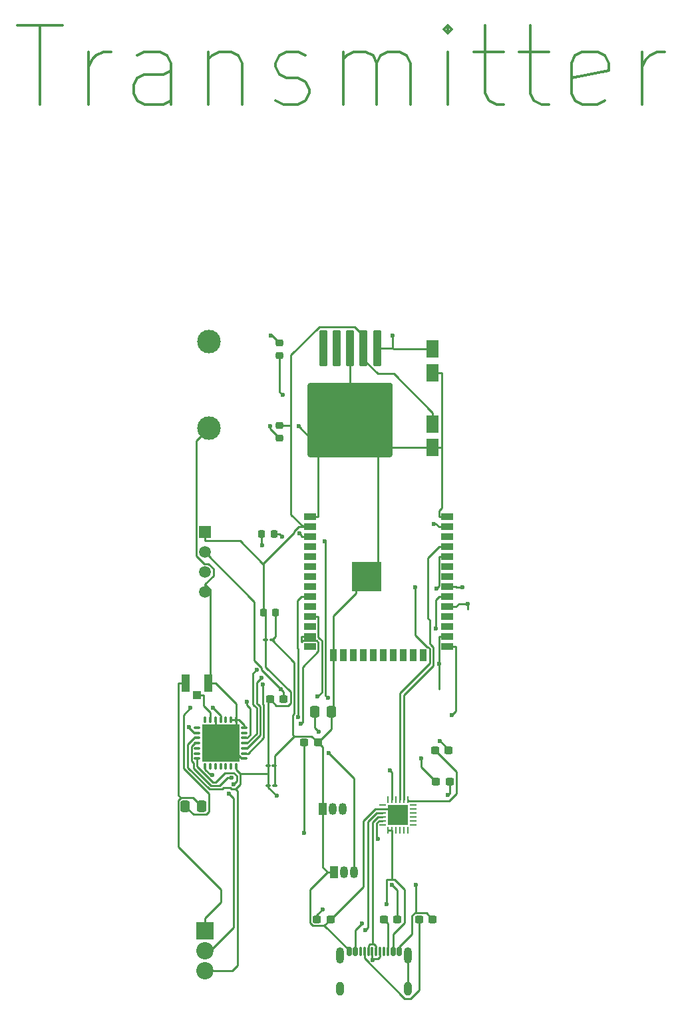
<source format=gbr>
%TF.GenerationSoftware,KiCad,Pcbnew,8.0.4*%
%TF.CreationDate,2025-07-24T11:12:47+05:30*%
%TF.ProjectId,SIH Smart Irrigation System,53494820-536d-4617-9274-204972726967,rev?*%
%TF.SameCoordinates,Original*%
%TF.FileFunction,Copper,L1,Top*%
%TF.FilePolarity,Positive*%
%FSLAX46Y46*%
G04 Gerber Fmt 4.6, Leading zero omitted, Abs format (unit mm)*
G04 Created by KiCad (PCBNEW 8.0.4) date 2025-07-24 11:12:47*
%MOMM*%
%LPD*%
G01*
G04 APERTURE LIST*
G04 Aperture macros list*
%AMRoundRect*
0 Rectangle with rounded corners*
0 $1 Rounding radius*
0 $2 $3 $4 $5 $6 $7 $8 $9 X,Y pos of 4 corners*
0 Add a 4 corners polygon primitive as box body*
4,1,4,$2,$3,$4,$5,$6,$7,$8,$9,$2,$3,0*
0 Add four circle primitives for the rounded corners*
1,1,$1+$1,$2,$3*
1,1,$1+$1,$4,$5*
1,1,$1+$1,$6,$7*
1,1,$1+$1,$8,$9*
0 Add four rect primitives between the rounded corners*
20,1,$1+$1,$2,$3,$4,$5,0*
20,1,$1+$1,$4,$5,$6,$7,0*
20,1,$1+$1,$6,$7,$8,$9,0*
20,1,$1+$1,$8,$9,$2,$3,0*%
G04 Aperture macros list end*
%ADD10C,0.300000*%
%TA.AperFunction,NonConductor*%
%ADD11C,0.300000*%
%TD*%
%TA.AperFunction,ComponentPad*%
%ADD12R,2.200000X2.200000*%
%TD*%
%TA.AperFunction,ComponentPad*%
%ADD13C,2.200000*%
%TD*%
%TA.AperFunction,ComponentPad*%
%ADD14C,3.000000*%
%TD*%
%TA.AperFunction,SMDPad,CuDef*%
%ADD15RoundRect,0.075000X-0.312500X-0.075000X0.312500X-0.075000X0.312500X0.075000X-0.312500X0.075000X0*%
%TD*%
%TA.AperFunction,SMDPad,CuDef*%
%ADD16RoundRect,0.075000X-0.075000X-0.312500X0.075000X-0.312500X0.075000X0.312500X-0.075000X0.312500X0*%
%TD*%
%TA.AperFunction,HeatsinkPad*%
%ADD17R,4.800000X4.800000*%
%TD*%
%TA.AperFunction,SMDPad,CuDef*%
%ADD18RoundRect,0.225000X-0.225000X-0.250000X0.225000X-0.250000X0.225000X0.250000X-0.225000X0.250000X0*%
%TD*%
%TA.AperFunction,SMDPad,CuDef*%
%ADD19RoundRect,0.237500X-0.300000X-0.237500X0.300000X-0.237500X0.300000X0.237500X-0.300000X0.237500X0*%
%TD*%
%TA.AperFunction,SMDPad,CuDef*%
%ADD20RoundRect,0.225000X-0.250000X0.225000X-0.250000X-0.225000X0.250000X-0.225000X0.250000X0.225000X0*%
%TD*%
%TA.AperFunction,SMDPad,CuDef*%
%ADD21R,1.600000X2.200000*%
%TD*%
%TA.AperFunction,ComponentPad*%
%ADD22R,1.500000X1.500000*%
%TD*%
%TA.AperFunction,ComponentPad*%
%ADD23C,1.500000*%
%TD*%
%TA.AperFunction,SMDPad,CuDef*%
%ADD24RoundRect,0.250000X-0.337500X-0.475000X0.337500X-0.475000X0.337500X0.475000X-0.337500X0.475000X0*%
%TD*%
%TA.AperFunction,SMDPad,CuDef*%
%ADD25RoundRect,0.250000X-0.300000X2.050000X-0.300000X-2.050000X0.300000X-2.050000X0.300000X2.050000X0*%
%TD*%
%TA.AperFunction,SMDPad,CuDef*%
%ADD26RoundRect,0.250000X-2.375000X2.025000X-2.375000X-2.025000X2.375000X-2.025000X2.375000X2.025000X0*%
%TD*%
%TA.AperFunction,SMDPad,CuDef*%
%ADD27RoundRect,0.250002X-5.149998X4.449998X-5.149998X-4.449998X5.149998X-4.449998X5.149998X4.449998X0*%
%TD*%
%TA.AperFunction,SMDPad,CuDef*%
%ADD28RoundRect,0.100000X-0.217500X-0.100000X0.217500X-0.100000X0.217500X0.100000X-0.217500X0.100000X0*%
%TD*%
%TA.AperFunction,SMDPad,CuDef*%
%ADD29RoundRect,0.150000X-0.150000X-0.425000X0.150000X-0.425000X0.150000X0.425000X-0.150000X0.425000X0*%
%TD*%
%TA.AperFunction,SMDPad,CuDef*%
%ADD30RoundRect,0.075000X-0.075000X-0.500000X0.075000X-0.500000X0.075000X0.500000X-0.075000X0.500000X0*%
%TD*%
%TA.AperFunction,ComponentPad*%
%ADD31O,1.000000X2.100000*%
%TD*%
%TA.AperFunction,ComponentPad*%
%ADD32O,1.000000X1.800000*%
%TD*%
%TA.AperFunction,SMDPad,CuDef*%
%ADD33RoundRect,0.062500X-0.350000X-0.062500X0.350000X-0.062500X0.350000X0.062500X-0.350000X0.062500X0*%
%TD*%
%TA.AperFunction,SMDPad,CuDef*%
%ADD34RoundRect,0.062500X-0.062500X-0.350000X0.062500X-0.350000X0.062500X0.350000X-0.062500X0.350000X0*%
%TD*%
%TA.AperFunction,HeatsinkPad*%
%ADD35R,2.600000X2.600000*%
%TD*%
%TA.AperFunction,ComponentPad*%
%ADD36R,1.050000X1.500000*%
%TD*%
%TA.AperFunction,ComponentPad*%
%ADD37O,1.050000X1.500000*%
%TD*%
%TA.AperFunction,SMDPad,CuDef*%
%ADD38R,1.100000X2.250000*%
%TD*%
%TA.AperFunction,SMDPad,CuDef*%
%ADD39R,1.050000X1.100000*%
%TD*%
%TA.AperFunction,SMDPad,CuDef*%
%ADD40R,1.500000X0.900000*%
%TD*%
%TA.AperFunction,SMDPad,CuDef*%
%ADD41R,0.900000X1.500000*%
%TD*%
%TA.AperFunction,SMDPad,CuDef*%
%ADD42R,0.900000X0.900000*%
%TD*%
%TA.AperFunction,HeatsinkPad*%
%ADD43C,0.600000*%
%TD*%
%TA.AperFunction,SMDPad,CuDef*%
%ADD44R,3.800000X3.800000*%
%TD*%
%TA.AperFunction,ViaPad*%
%ADD45C,0.600000*%
%TD*%
%TA.AperFunction,Conductor*%
%ADD46C,0.250000*%
%TD*%
G04 APERTURE END LIST*
D10*
D11*
X114149748Y-15760590D02*
X119864034Y-15760590D01*
X117006891Y-25760590D02*
X117006891Y-15760590D01*
X123197368Y-25760590D02*
X123197368Y-19093923D01*
X123197368Y-20998685D02*
X123673558Y-20046304D01*
X123673558Y-20046304D02*
X124149749Y-19570114D01*
X124149749Y-19570114D02*
X125102130Y-19093923D01*
X125102130Y-19093923D02*
X126054511Y-19093923D01*
X133673558Y-25760590D02*
X133673558Y-20522495D01*
X133673558Y-20522495D02*
X133197368Y-19570114D01*
X133197368Y-19570114D02*
X132244987Y-19093923D01*
X132244987Y-19093923D02*
X130340225Y-19093923D01*
X130340225Y-19093923D02*
X129387844Y-19570114D01*
X133673558Y-25284400D02*
X132721177Y-25760590D01*
X132721177Y-25760590D02*
X130340225Y-25760590D01*
X130340225Y-25760590D02*
X129387844Y-25284400D01*
X129387844Y-25284400D02*
X128911653Y-24332019D01*
X128911653Y-24332019D02*
X128911653Y-23379638D01*
X128911653Y-23379638D02*
X129387844Y-22427257D01*
X129387844Y-22427257D02*
X130340225Y-21951066D01*
X130340225Y-21951066D02*
X132721177Y-21951066D01*
X132721177Y-21951066D02*
X133673558Y-21474876D01*
X138435463Y-19093923D02*
X138435463Y-25760590D01*
X138435463Y-20046304D02*
X138911653Y-19570114D01*
X138911653Y-19570114D02*
X139864034Y-19093923D01*
X139864034Y-19093923D02*
X141292606Y-19093923D01*
X141292606Y-19093923D02*
X142244987Y-19570114D01*
X142244987Y-19570114D02*
X142721177Y-20522495D01*
X142721177Y-20522495D02*
X142721177Y-25760590D01*
X147006891Y-25284400D02*
X147959272Y-25760590D01*
X147959272Y-25760590D02*
X149864034Y-25760590D01*
X149864034Y-25760590D02*
X150816415Y-25284400D01*
X150816415Y-25284400D02*
X151292606Y-24332019D01*
X151292606Y-24332019D02*
X151292606Y-23855828D01*
X151292606Y-23855828D02*
X150816415Y-22903447D01*
X150816415Y-22903447D02*
X149864034Y-22427257D01*
X149864034Y-22427257D02*
X148435463Y-22427257D01*
X148435463Y-22427257D02*
X147483082Y-21951066D01*
X147483082Y-21951066D02*
X147006891Y-20998685D01*
X147006891Y-20998685D02*
X147006891Y-20522495D01*
X147006891Y-20522495D02*
X147483082Y-19570114D01*
X147483082Y-19570114D02*
X148435463Y-19093923D01*
X148435463Y-19093923D02*
X149864034Y-19093923D01*
X149864034Y-19093923D02*
X150816415Y-19570114D01*
X155578320Y-25760590D02*
X155578320Y-19093923D01*
X155578320Y-20046304D02*
X156054510Y-19570114D01*
X156054510Y-19570114D02*
X157006891Y-19093923D01*
X157006891Y-19093923D02*
X158435463Y-19093923D01*
X158435463Y-19093923D02*
X159387844Y-19570114D01*
X159387844Y-19570114D02*
X159864034Y-20522495D01*
X159864034Y-20522495D02*
X159864034Y-25760590D01*
X159864034Y-20522495D02*
X160340225Y-19570114D01*
X160340225Y-19570114D02*
X161292606Y-19093923D01*
X161292606Y-19093923D02*
X162721177Y-19093923D01*
X162721177Y-19093923D02*
X163673558Y-19570114D01*
X163673558Y-19570114D02*
X164149748Y-20522495D01*
X164149748Y-20522495D02*
X164149748Y-25760590D01*
X168911653Y-25760590D02*
X168911653Y-19093923D01*
X168911653Y-15760590D02*
X168435462Y-16236780D01*
X168435462Y-16236780D02*
X168911653Y-16712971D01*
X168911653Y-16712971D02*
X169387843Y-16236780D01*
X169387843Y-16236780D02*
X168911653Y-15760590D01*
X168911653Y-15760590D02*
X168911653Y-16712971D01*
X172244986Y-19093923D02*
X176054510Y-19093923D01*
X173673558Y-15760590D02*
X173673558Y-24332019D01*
X173673558Y-24332019D02*
X174149748Y-25284400D01*
X174149748Y-25284400D02*
X175102129Y-25760590D01*
X175102129Y-25760590D02*
X176054510Y-25760590D01*
X177959272Y-19093923D02*
X181768796Y-19093923D01*
X179387844Y-15760590D02*
X179387844Y-24332019D01*
X179387844Y-24332019D02*
X179864034Y-25284400D01*
X179864034Y-25284400D02*
X180816415Y-25760590D01*
X180816415Y-25760590D02*
X181768796Y-25760590D01*
X188911654Y-25284400D02*
X187959273Y-25760590D01*
X187959273Y-25760590D02*
X186054511Y-25760590D01*
X186054511Y-25760590D02*
X185102130Y-25284400D01*
X185102130Y-25284400D02*
X184625939Y-24332019D01*
X184625939Y-24332019D02*
X184625939Y-20522495D01*
X184625939Y-20522495D02*
X185102130Y-19570114D01*
X185102130Y-19570114D02*
X186054511Y-19093923D01*
X186054511Y-19093923D02*
X187959273Y-19093923D01*
X187959273Y-19093923D02*
X188911654Y-19570114D01*
X188911654Y-19570114D02*
X189387844Y-20522495D01*
X189387844Y-20522495D02*
X189387844Y-21474876D01*
X189387844Y-21474876D02*
X184625939Y-22427257D01*
X193673559Y-25760590D02*
X193673559Y-19093923D01*
X193673559Y-20998685D02*
X194149749Y-20046304D01*
X194149749Y-20046304D02*
X194625940Y-19570114D01*
X194625940Y-19570114D02*
X195578321Y-19093923D01*
X195578321Y-19093923D02*
X196530702Y-19093923D01*
D12*
%TO.P,J1,1,Pin_1*%
%TO.N,GND*%
X138000000Y-130826000D03*
D13*
%TO.P,J1,2,Pin_2*%
%TO.N,Net-(J1-Pin_2)*%
X138000000Y-133366000D03*
%TO.P,J1,3,Pin_3*%
%TO.N,Net-(J1-Pin_3)*%
X138000000Y-135906000D03*
%TD*%
D14*
%TO.P,J3,1,Pin_1*%
%TO.N,+12V*%
X138500000Y-55906000D03*
%TD*%
D15*
%TO.P,U3,1,RFI_LF*%
%TO.N,unconnected-(U3-RFI_LF-Pad1)*%
X137012500Y-105056000D03*
%TO.P,U3,2,VR_ANA*%
%TO.N,Net-(U3-VR_ANA)*%
X137012500Y-105706000D03*
%TO.P,U3,3,VBAT_ANA*%
%TO.N,Net-(J1-Pin_3)*%
X137012500Y-106356000D03*
%TO.P,U3,4,VR_DIG*%
%TO.N,Net-(U3-VR_DIG)*%
X137012500Y-107006000D03*
%TO.P,U3,5,XTA*%
%TO.N,unconnected-(U3-XTA-Pad5)*%
X137012500Y-107656000D03*
%TO.P,U3,6,XTB*%
%TO.N,unconnected-(U3-XTB-Pad6)*%
X137012500Y-108306000D03*
%TO.P,U3,7,~{RESET}*%
%TO.N,Net-(U1-IO14)*%
X137012500Y-108956000D03*
D16*
%TO.P,U3,8,DIO0*%
%TO.N,Net-(U1-IO26)*%
X138050000Y-109993500D03*
%TO.P,U3,9,DIO1*%
%TO.N,unconnected-(U3-DIO1-Pad9)*%
X138700000Y-109993500D03*
%TO.P,U3,10,DIO2*%
%TO.N,unconnected-(U3-DIO2-Pad10)*%
X139350000Y-109993500D03*
%TO.P,U3,11,DIO3*%
%TO.N,unconnected-(U3-DIO3-Pad11)*%
X140000000Y-109993500D03*
%TO.P,U3,12,DIO4*%
%TO.N,unconnected-(U3-DIO4-Pad12)*%
X140650000Y-109993500D03*
%TO.P,U3,13,DIO5*%
%TO.N,unconnected-(U3-DIO5-Pad13)*%
X141300000Y-109993500D03*
%TO.P,U3,14,VBAT_DIG*%
%TO.N,Net-(J1-Pin_3)*%
X141950000Y-109993500D03*
D15*
%TO.P,U3,15,GND*%
%TO.N,GND*%
X142987500Y-108956000D03*
%TO.P,U3,16,SCK*%
%TO.N,Net-(U1-IO23)*%
X142987500Y-108306000D03*
%TO.P,U3,17,MISO*%
%TO.N,Net-(U1-IO19)*%
X142987500Y-107656000D03*
%TO.P,U3,18,MOSI*%
%TO.N,Net-(U1-IO18)*%
X142987500Y-107006000D03*
%TO.P,U3,19,NSS*%
%TO.N,Net-(U1-IO5)*%
X142987500Y-106356000D03*
%TO.P,U3,20,RXTX/RF_MOD*%
%TO.N,unconnected-(U3-RXTX{slash}RF_MOD-Pad20)*%
X142987500Y-105706000D03*
%TO.P,U3,21,GND*%
%TO.N,GND*%
X142987500Y-105056000D03*
D16*
%TO.P,U3,22,GND*%
X141950000Y-104018500D03*
%TO.P,U3,23,GND*%
X141300000Y-104018500D03*
%TO.P,U3,24,VBAT_RF*%
%TO.N,unconnected-(U3-VBAT_RF-Pad24)*%
X140650000Y-104018500D03*
%TO.P,U3,25,VR_PA*%
%TO.N,Net-(U3-VR_PA)*%
X140000000Y-104018500D03*
%TO.P,U3,26,GND*%
%TO.N,GND*%
X139350000Y-104018500D03*
%TO.P,U3,27,PA_BOOST*%
%TO.N,Net-(J5-SIG)*%
X138700000Y-104018500D03*
%TO.P,U3,28,RFO_LF*%
%TO.N,unconnected-(U3-RFO_LF-Pad28)*%
X138050000Y-104018500D03*
D17*
%TO.P,U3,29,GND*%
%TO.N,GND*%
X140000000Y-107006000D03*
%TD*%
D18*
%TO.P,C12,1*%
%TO.N,Net-(U1-EN)*%
X145225000Y-80406000D03*
%TO.P,C12,2*%
%TO.N,Net-(Q2-C)*%
X146775000Y-80406000D03*
%TD*%
D19*
%TO.P,C6,1*%
%TO.N,Net-(U3-VR_ANA)*%
X150637500Y-106906000D03*
%TO.P,C6,2*%
%TO.N,GND*%
X152362500Y-106906000D03*
%TD*%
D14*
%TO.P,J4,1,Pin_1*%
%TO.N,GND*%
X138500000Y-66906000D03*
%TD*%
D18*
%TO.P,C10,1*%
%TO.N,Net-(J1-Pin_3)*%
X145450000Y-90406000D03*
%TO.P,C10,2*%
%TO.N,GND*%
X147000000Y-90406000D03*
%TD*%
D20*
%TO.P,C2,1*%
%TO.N,+12V*%
X147500000Y-56131000D03*
%TO.P,C2,2*%
%TO.N,GND*%
X147500000Y-57681000D03*
%TD*%
D21*
%TO.P,C4,1*%
%TO.N,Net-(J1-Pin_3)*%
X167000000Y-66406000D03*
%TO.P,C4,2*%
%TO.N,GND*%
X167000000Y-69406000D03*
%TD*%
D22*
%TO.P,U5,1,VDD*%
%TO.N,Net-(J1-Pin_3)*%
X138000000Y-80193500D03*
D23*
%TO.P,U5,2,DATA*%
%TO.N,Net-(U1-IO4)*%
X138000000Y-82733500D03*
%TO.P,U5,3,NC*%
%TO.N,unconnected-(U5-NC-Pad3)*%
X138000000Y-85273500D03*
%TO.P,U5,4,GND*%
%TO.N,GND*%
X138000000Y-87813500D03*
%TD*%
D19*
%TO.P,C11,1*%
%TO.N,Net-(J2-SHIELD)*%
X152275000Y-129406000D03*
%TO.P,C11,2*%
%TO.N,GND*%
X154000000Y-129406000D03*
%TD*%
D21*
%TO.P,C1,1*%
%TO.N,+12V*%
X167000000Y-56906000D03*
%TO.P,C1,2*%
%TO.N,GND*%
X167000000Y-59906000D03*
%TD*%
D19*
%TO.P,R5,1*%
%TO.N,Net-(U2-~{DTR})*%
X167412500Y-111906000D03*
%TO.P,R5,2*%
%TO.N,Net-(Q2-B)*%
X169137500Y-111906000D03*
%TD*%
D24*
%TO.P,C5,1*%
%TO.N,Net-(U3-VR_DIG)*%
X152000000Y-103006000D03*
%TO.P,C5,2*%
%TO.N,GND*%
X154075000Y-103006000D03*
%TD*%
%TO.P,C13,1*%
%TO.N,Net-(U3-VR_PA)*%
X135500000Y-115006000D03*
%TO.P,C13,2*%
%TO.N,GND*%
X137575000Y-115006000D03*
%TD*%
D25*
%TO.P,U4,1,VIN*%
%TO.N,+12V*%
X159900000Y-56756000D03*
%TO.P,U4,2,OUT*%
%TO.N,Net-(J1-Pin_3)*%
X158200000Y-56756000D03*
%TO.P,U4,3,GND*%
%TO.N,GND*%
X156500000Y-56756000D03*
D26*
X159275000Y-63481000D03*
X153725000Y-63481000D03*
D27*
X156500000Y-65906000D03*
D26*
X159275000Y-68331000D03*
X153725000Y-68331000D03*
D25*
%TO.P,U4,4,FB*%
%TO.N,unconnected-(U4-FB-Pad4)*%
X154800000Y-56756000D03*
%TO.P,U4,5,~{ON}/OFF*%
%TO.N,unconnected-(U4-~{ON}{slash}OFF-Pad5)*%
X153100000Y-56756000D03*
%TD*%
D28*
%TO.P,C9,1*%
%TO.N,Net-(J1-Pin_3)*%
X145750000Y-93906000D03*
%TO.P,C9,2*%
%TO.N,GND*%
X146565000Y-93906000D03*
%TD*%
D29*
%TO.P,J2,A1,GND*%
%TO.N,GND*%
X156345400Y-133464800D03*
%TO.P,J2,A4,VBUS*%
%TO.N,Net-(U2-VBUS)*%
X157145400Y-133464800D03*
D30*
%TO.P,J2,A5,CC1*%
%TO.N,Net-(J2-CC1)*%
X158295400Y-133464800D03*
%TO.P,J2,A6,D+*%
%TO.N,Net-(U2-D+)*%
X159295400Y-133464800D03*
%TO.P,J2,A7,D-*%
%TO.N,Net-(U2-D-)*%
X159795400Y-133464800D03*
%TO.P,J2,A8,SBU1*%
%TO.N,unconnected-(J2-SBU1-PadA8)*%
X160795400Y-133464800D03*
D29*
%TO.P,J2,A9,VBUS*%
%TO.N,Net-(U2-VBUS)*%
X161945400Y-133464800D03*
%TO.P,J2,A12,GND*%
%TO.N,GND*%
X162745400Y-133464800D03*
%TO.P,J2,B1,GND*%
X162745400Y-133464800D03*
%TO.P,J2,B4,VBUS*%
%TO.N,Net-(U2-VBUS)*%
X161945400Y-133464800D03*
D30*
%TO.P,J2,B5,CC2*%
%TO.N,Net-(J2-CC2)*%
X161295400Y-133464800D03*
%TO.P,J2,B6,D+*%
%TO.N,Net-(U2-D+)*%
X160295400Y-133464800D03*
%TO.P,J2,B7,D-*%
%TO.N,Net-(U2-D-)*%
X158795400Y-133464800D03*
%TO.P,J2,B8,SBU2*%
%TO.N,unconnected-(J2-SBU2-PadB8)*%
X157795400Y-133464800D03*
D29*
%TO.P,J2,B9,VBUS*%
%TO.N,Net-(U2-VBUS)*%
X157145400Y-133464800D03*
%TO.P,J2,B12,GND*%
%TO.N,GND*%
X156345400Y-133464800D03*
D31*
%TO.P,J2,S1,SHIELD*%
%TO.N,Net-(J2-SHIELD)*%
X155225400Y-134039800D03*
D32*
X155225400Y-138219800D03*
D31*
X163865400Y-134039800D03*
D32*
X163865400Y-138219800D03*
%TD*%
D28*
%TO.P,C7,1*%
%TO.N,Net-(J1-Pin_3)*%
X146092500Y-112406000D03*
%TO.P,C7,2*%
%TO.N,GND*%
X146907500Y-112406000D03*
%TD*%
D19*
%TO.P,R3,1*%
%TO.N,Net-(J2-CC2)*%
X160775000Y-129406000D03*
%TO.P,R3,2*%
%TO.N,GND*%
X162500000Y-129406000D03*
%TD*%
D28*
%TO.P,C8,1*%
%TO.N,Net-(J1-Pin_3)*%
X146025000Y-109906000D03*
%TO.P,C8,2*%
%TO.N,GND*%
X146840000Y-109906000D03*
%TD*%
D19*
%TO.P,R4,1*%
%TO.N,Net-(U2-~{RTS})*%
X167275000Y-107906000D03*
%TO.P,R4,2*%
%TO.N,Net-(Q1-B)*%
X169000000Y-107906000D03*
%TD*%
D33*
%TO.P,U2,1,~{RI}/CLK*%
%TO.N,unconnected-(U2-~{RI}{slash}CLK-Pad1)*%
X160625000Y-114906000D03*
%TO.P,U2,2,GND*%
%TO.N,GND*%
X160625000Y-115406000D03*
%TO.P,U2,3,D+*%
%TO.N,Net-(U2-D+)*%
X160625000Y-115906000D03*
%TO.P,U2,4,D-*%
%TO.N,Net-(U2-D-)*%
X160625000Y-116406000D03*
%TO.P,U2,5,VIO*%
%TO.N,Net-(J1-Pin_3)*%
X160625000Y-116906000D03*
%TO.P,U2,6,VDD*%
%TO.N,unconnected-(U2-VDD-Pad6)*%
X160625000Y-117406000D03*
D34*
%TO.P,U2,7,VREGIN*%
%TO.N,Net-(U2-VBUS)*%
X161312500Y-118093500D03*
%TO.P,U2,8,VBUS*%
X161812500Y-118093500D03*
%TO.P,U2,9,~{RST}*%
%TO.N,unconnected-(U2-~{RST}-Pad9)*%
X162312500Y-118093500D03*
%TO.P,U2,10,NC*%
%TO.N,unconnected-(U2-NC-Pad10)*%
X162812500Y-118093500D03*
%TO.P,U2,11,~{WAKEUP}/GPIO.3*%
%TO.N,unconnected-(U2-~{WAKEUP}{slash}GPIO.3-Pad11)*%
X163312500Y-118093500D03*
%TO.P,U2,12,RS485/GPIO.2*%
%TO.N,unconnected-(U2-RS485{slash}GPIO.2-Pad12)*%
X163812500Y-118093500D03*
D33*
%TO.P,U2,13,~{RXT}/GPIO.1*%
%TO.N,unconnected-(U2-~{RXT}{slash}GPIO.1-Pad13)*%
X164500000Y-117406000D03*
%TO.P,U2,14,~{TXT}/GPIO.0*%
%TO.N,unconnected-(U2-~{TXT}{slash}GPIO.0-Pad14)*%
X164500000Y-116906000D03*
%TO.P,U2,15,~{SUSPEND}*%
%TO.N,unconnected-(U2-~{SUSPEND}-Pad15)*%
X164500000Y-116406000D03*
%TO.P,U2,16,NC*%
%TO.N,unconnected-(U2-NC-Pad16)*%
X164500000Y-115906000D03*
%TO.P,U2,17,SUSPEND*%
%TO.N,unconnected-(U2-SUSPEND-Pad17)*%
X164500000Y-115406000D03*
%TO.P,U2,18,~{CTS}*%
%TO.N,unconnected-(U2-~{CTS}-Pad18)*%
X164500000Y-114906000D03*
D34*
%TO.P,U2,19,~{RTS}*%
%TO.N,Net-(U2-~{RTS})*%
X163812500Y-114218500D03*
%TO.P,U2,20,RXD*%
%TO.N,Net-(U1-TXD0{slash}IO1)*%
X163312500Y-114218500D03*
%TO.P,U2,21,TXD*%
%TO.N,Net-(U1-RXD0{slash}IO3)*%
X162812500Y-114218500D03*
%TO.P,U2,22,~{DSR}*%
%TO.N,unconnected-(U2-~{DSR}-Pad22)*%
X162312500Y-114218500D03*
%TO.P,U2,23,~{DTR}*%
%TO.N,Net-(U2-~{DTR})*%
X161812500Y-114218500D03*
%TO.P,U2,24,~{DCD}*%
%TO.N,unconnected-(U2-~{DCD}-Pad24)*%
X161312500Y-114218500D03*
D35*
%TO.P,U2,25,GND*%
%TO.N,GND*%
X162562500Y-116156000D03*
%TD*%
D36*
%TO.P,Q1,1,E*%
%TO.N,GND*%
X152960000Y-115406000D03*
D37*
%TO.P,Q1,2,B*%
%TO.N,Net-(Q1-B)*%
X154230000Y-115406000D03*
%TO.P,Q1,3,C*%
%TO.N,Net-(Q1-C)*%
X155500000Y-115406000D03*
%TD*%
D38*
%TO.P,J5,1,GND*%
%TO.N,GND*%
X135525000Y-99356000D03*
%TO.P,J5,2,GND*%
X138475000Y-99356000D03*
D39*
%TO.P,J5,3,SIG*%
%TO.N,Net-(J5-SIG)*%
X137000000Y-100906000D03*
%TD*%
D40*
%TO.P,U1,1,GND*%
%TO.N,GND*%
X151350000Y-78241000D03*
%TO.P,U1,2,VDD*%
%TO.N,Net-(J1-Pin_3)*%
X151350000Y-79511000D03*
%TO.P,U1,3,EN*%
%TO.N,Net-(U1-EN)*%
X151350000Y-80781000D03*
%TO.P,U1,4,SENSOR_VP*%
%TO.N,unconnected-(U1-SENSOR_VP-Pad4)*%
X151350000Y-82051000D03*
%TO.P,U1,5,SENSOR_VN*%
%TO.N,unconnected-(U1-SENSOR_VN-Pad5)*%
X151350000Y-83321000D03*
%TO.P,U1,6,IO34*%
%TO.N,unconnected-(U1-IO34-Pad6)*%
X151350000Y-84591000D03*
%TO.P,U1,7,IO35*%
%TO.N,unconnected-(U1-IO35-Pad7)*%
X151350000Y-85861000D03*
%TO.P,U1,8,IO32*%
%TO.N,unconnected-(U1-IO32-Pad8)*%
X151350000Y-87131000D03*
%TO.P,U1,9,IO33*%
%TO.N,Net-(J1-Pin_2)*%
X151350000Y-88401000D03*
%TO.P,U1,10,IO25*%
%TO.N,unconnected-(U1-IO25-Pad10)*%
X151350000Y-89671000D03*
%TO.P,U1,11,IO26*%
%TO.N,Net-(U1-IO26)*%
X151350000Y-90941000D03*
%TO.P,U1,12,IO27*%
%TO.N,unconnected-(U1-IO27-Pad12)*%
X151350000Y-92211000D03*
%TO.P,U1,13,IO14*%
%TO.N,Net-(U1-IO14)*%
X151350000Y-93481000D03*
%TO.P,U1,14,IO12*%
%TO.N,unconnected-(U1-IO12-Pad14)*%
X151350000Y-94751000D03*
D41*
%TO.P,U1,15,GND*%
%TO.N,GND*%
X154385000Y-95846000D03*
%TO.P,U1,16,IO13*%
%TO.N,unconnected-(U1-IO13-Pad16)*%
X155655000Y-95846000D03*
%TO.P,U1,17,SHD/SD2*%
%TO.N,unconnected-(U1-SHD{slash}SD2-Pad17)*%
X156925000Y-95846000D03*
%TO.P,U1,18,SWP/SD3*%
%TO.N,unconnected-(U1-SWP{slash}SD3-Pad18)*%
X158195000Y-95846000D03*
%TO.P,U1,19,SCS/CMD*%
%TO.N,unconnected-(U1-SCS{slash}CMD-Pad19)*%
X159465000Y-95846000D03*
%TO.P,U1,20,SCK/CLK*%
%TO.N,unconnected-(U1-SCK{slash}CLK-Pad20)*%
X160735000Y-95846000D03*
%TO.P,U1,21,SDO/SD0*%
%TO.N,unconnected-(U1-SDO{slash}SD0-Pad21)*%
X162005000Y-95846000D03*
%TO.P,U1,22,SDI/SD1*%
%TO.N,unconnected-(U1-SDI{slash}SD1-Pad22)*%
X163275000Y-95846000D03*
%TO.P,U1,23,IO15*%
%TO.N,unconnected-(U1-IO15-Pad23)*%
X164545000Y-95846000D03*
%TO.P,U1,24,IO2*%
%TO.N,unconnected-(U1-IO2-Pad24)*%
X165815000Y-95846000D03*
D40*
%TO.P,U1,25,IO0*%
%TO.N,Net-(Q1-C)*%
X168850000Y-94751000D03*
%TO.P,U1,26,IO4*%
%TO.N,Net-(U1-IO4)*%
X168850000Y-93481000D03*
%TO.P,U1,27,IO16*%
%TO.N,unconnected-(U1-IO16-Pad27)*%
X168850000Y-92211000D03*
%TO.P,U1,28,IO17*%
%TO.N,unconnected-(U1-IO17-Pad28)*%
X168850000Y-90941000D03*
%TO.P,U1,29,IO5*%
%TO.N,Net-(U1-IO5)*%
X168850000Y-89671000D03*
%TO.P,U1,30,IO18*%
%TO.N,Net-(U1-IO18)*%
X168850000Y-88401000D03*
%TO.P,U1,31,IO19*%
%TO.N,Net-(U1-IO19)*%
X168850000Y-87131000D03*
%TO.P,U1,32,NC*%
%TO.N,unconnected-(U1-NC-Pad32)*%
X168850000Y-85861000D03*
%TO.P,U1,33,IO21*%
%TO.N,unconnected-(U1-IO21-Pad33)*%
X168850000Y-84591000D03*
%TO.P,U1,34,RXD0/IO3*%
%TO.N,Net-(U1-RXD0{slash}IO3)*%
X168850000Y-83321000D03*
%TO.P,U1,35,TXD0/IO1*%
%TO.N,Net-(U1-TXD0{slash}IO1)*%
X168850000Y-82051000D03*
%TO.P,U1,36,IO22*%
%TO.N,unconnected-(U1-IO22-Pad36)*%
X168850000Y-80781000D03*
%TO.P,U1,37,IO23*%
%TO.N,Net-(U1-IO23)*%
X168850000Y-79511000D03*
%TO.P,U1,38,GND*%
%TO.N,GND*%
X168850000Y-78241000D03*
D42*
%TO.P,U1,39,GND*%
X157200000Y-84406000D03*
D43*
X157200000Y-85106000D03*
D42*
X157200000Y-85806000D03*
D43*
X157200000Y-86506000D03*
D42*
X157200000Y-87206000D03*
D43*
X157900000Y-84406000D03*
X157900000Y-85806000D03*
X157900000Y-87206000D03*
D42*
X158600000Y-84406000D03*
D43*
X158600000Y-85106000D03*
D42*
X158600000Y-85806000D03*
D44*
X158600000Y-85806000D03*
D43*
X158600000Y-86506000D03*
D42*
X158600000Y-87206000D03*
D43*
X159300000Y-84406000D03*
X159300000Y-85806000D03*
X159300000Y-87206000D03*
D42*
X160000000Y-84406000D03*
D43*
X160000000Y-85106000D03*
D42*
X160000000Y-85806000D03*
D43*
X160000000Y-86506000D03*
D42*
X160000000Y-87206000D03*
%TD*%
D19*
%TO.P,R2,1*%
%TO.N,Net-(J2-CC1)*%
X165275000Y-129406000D03*
%TO.P,R2,2*%
%TO.N,GND*%
X167000000Y-129406000D03*
%TD*%
%TO.P,R1,1*%
%TO.N,Net-(J1-Pin_3)*%
X146275000Y-101406000D03*
%TO.P,R1,2*%
%TO.N,Net-(U1-IO4)*%
X148000000Y-101406000D03*
%TD*%
D36*
%TO.P,Q2,1,E*%
%TO.N,GND*%
X154460000Y-123406000D03*
D37*
%TO.P,Q2,2,B*%
%TO.N,Net-(Q2-B)*%
X155730000Y-123406000D03*
%TO.P,Q2,3,C*%
%TO.N,Net-(Q2-C)*%
X157000000Y-123406000D03*
%TD*%
D20*
%TO.P,C3,1*%
%TO.N,Net-(J1-Pin_3)*%
X147500000Y-66631000D03*
%TO.P,C3,2*%
%TO.N,GND*%
X147500000Y-68181000D03*
%TD*%
D45*
%TO.N,GND*%
X164864900Y-125002600D03*
X147874500Y-62750500D03*
X149935400Y-66719000D03*
X146339100Y-66719000D03*
X161801400Y-125002600D03*
%TO.N,+12V*%
X161868000Y-55169800D03*
X146388700Y-55169800D03*
%TO.N,Net-(J1-Pin_3)*%
X147123300Y-113712500D03*
X159990300Y-119183200D03*
%TO.N,Net-(U3-VR_DIG)*%
X152499400Y-105568200D03*
X141431500Y-111416000D03*
%TO.N,Net-(U3-VR_ANA)*%
X135948400Y-104918500D03*
X150637500Y-118388000D03*
%TO.N,Net-(J2-SHIELD)*%
X152954300Y-128140600D03*
%TO.N,Net-(U1-EN)*%
X145280300Y-81846900D03*
X150010900Y-80355200D03*
%TO.N,Net-(Q2-C)*%
X153663200Y-101275100D03*
X153777300Y-108277300D03*
X147849000Y-80751900D03*
X153284800Y-81357100D03*
%TO.N,Net-(U3-VR_PA)*%
X136187500Y-102504300D03*
X139021500Y-102521700D03*
%TO.N,Net-(J1-Pin_2)*%
X141095400Y-113452800D03*
X149821800Y-103700000D03*
%TO.N,Net-(U2-VBUS)*%
X161135900Y-127468900D03*
X158011100Y-129928800D03*
%TO.N,Net-(U2-D+)*%
X158396100Y-130822000D03*
X159369700Y-134551700D03*
%TO.N,Net-(Q1-C)*%
X169459800Y-103409100D03*
%TO.N,Net-(Q1-B)*%
X167934300Y-106713100D03*
%TO.N,Net-(Q2-B)*%
X168950400Y-113600300D03*
%TO.N,Net-(U1-IO4)*%
X147674200Y-100134200D03*
X167773300Y-96910300D03*
%TO.N,Net-(U2-~{DTR})*%
X161517000Y-110461700D03*
X165531300Y-108918500D03*
%TO.N,Net-(U1-IO26)*%
X152310500Y-101098800D03*
X138956800Y-111049800D03*
%TO.N,Net-(U1-IO18)*%
X167408900Y-92448500D03*
X144576600Y-97655700D03*
%TO.N,Net-(U1-IO14)*%
X141633000Y-112217800D03*
X150231900Y-104559400D03*
%TO.N,Net-(U1-IO5)*%
X143357800Y-101725000D03*
X171455000Y-89270100D03*
%TO.N,Net-(U1-RXD0{slash}IO3)*%
X167446300Y-87338100D03*
X164754300Y-87176500D03*
%TO.N,Net-(U1-IO19)*%
X170795000Y-87176500D03*
X145241500Y-98704300D03*
%TO.N,Net-(U1-IO23)*%
X167161800Y-79134100D03*
X145334500Y-99545200D03*
%TD*%
D46*
%TO.N,GND*%
X138000000Y-129246000D02*
X140000000Y-127246000D01*
X138000000Y-86796200D02*
X138000100Y-86796200D01*
X158600000Y-85106000D02*
X158600000Y-85806000D01*
X157200000Y-84406000D02*
X157200000Y-85106000D01*
X162745400Y-133464800D02*
X162745400Y-132912900D01*
X164864900Y-128570000D02*
X164864900Y-125002600D01*
X160625000Y-115406000D02*
X159654900Y-115406000D01*
X162500000Y-125701200D02*
X162500000Y-129406000D01*
X158600000Y-84406000D02*
X158600000Y-85106000D01*
X164347300Y-128958100D02*
X164735400Y-128570000D01*
X154075000Y-105193500D02*
X154075000Y-103006000D01*
X167773300Y-77464300D02*
X167773300Y-78241000D01*
X138000000Y-130826000D02*
X138000000Y-129246000D01*
X152426700Y-78241000D02*
X152426700Y-69210300D01*
X159275000Y-68331000D02*
X160000000Y-69056000D01*
X139350000Y-104018500D02*
X139350000Y-106031000D01*
X141950000Y-104018500D02*
X141950000Y-101954300D01*
X142681400Y-108956000D02*
X141950000Y-108224600D01*
X161801400Y-125002600D02*
X162500000Y-125701200D01*
X136522300Y-113953300D02*
X134923300Y-113953300D01*
X138700000Y-99356000D02*
X138700000Y-87496100D01*
X160000000Y-69406000D02*
X160000000Y-84406000D01*
X138475000Y-99356000D02*
X138700000Y-99356000D01*
X134584800Y-120204100D02*
X140000000Y-125619300D01*
X164735400Y-128570000D02*
X164864900Y-128570000D01*
X146840000Y-109906000D02*
X146907500Y-109906000D01*
X149371600Y-106103400D02*
X146907500Y-108567500D01*
X152960000Y-115406000D02*
X152960000Y-122757700D01*
X141950000Y-106681000D02*
X141950000Y-104018500D01*
X149158500Y-103477100D02*
X149158500Y-105890300D01*
X135525000Y-99356000D02*
X134648300Y-99356000D01*
X164347300Y-131311000D02*
X164347300Y-128958100D01*
X166164000Y-128570000D02*
X167000000Y-129406000D01*
X152362500Y-106906000D02*
X154075000Y-105193500D01*
X157900000Y-87206000D02*
X157900000Y-85806000D01*
X159300000Y-84406000D02*
X159300000Y-85806000D01*
X168125200Y-69406000D02*
X168126700Y-69406000D01*
X168126700Y-69406000D02*
X168126700Y-77110900D01*
X152845700Y-69210300D02*
X153725000Y-68331000D01*
X147500000Y-62376000D02*
X147874500Y-62750500D01*
X157200000Y-85806000D02*
X157200000Y-85106000D01*
X162562500Y-116156000D02*
X161812500Y-115406000D01*
X160000000Y-86506000D02*
X160000000Y-87206000D01*
X157200000Y-86506000D02*
X157200000Y-85806000D01*
X134923300Y-113953300D02*
X134584800Y-114291800D01*
X140000000Y-106681000D02*
X140000000Y-107006000D01*
X138446100Y-84196800D02*
X137892700Y-84196800D01*
X153608300Y-123406000D02*
X151409900Y-125604400D01*
X156500000Y-56756000D02*
X156500000Y-63481000D01*
X134648300Y-113678300D02*
X134923300Y-113953300D01*
X140000000Y-127246000D02*
X140000000Y-125619300D01*
X157200000Y-87206000D02*
X157200000Y-86506000D01*
X153725000Y-65906000D02*
X153725000Y-63481000D01*
X146907500Y-109906000D02*
X146907500Y-112406000D01*
X149370100Y-103265500D02*
X149158500Y-103477100D01*
X159300000Y-87206000D02*
X159300000Y-85806000D01*
X168126700Y-59906000D02*
X168126700Y-69404500D01*
X167000000Y-69406000D02*
X160000000Y-69406000D01*
X152960000Y-107503500D02*
X152960000Y-115406000D01*
X159654900Y-115406000D02*
X158154000Y-116906900D01*
X139076700Y-84827400D02*
X138446100Y-84196800D01*
X151350000Y-78241000D02*
X152426700Y-78241000D01*
X168126700Y-77110900D02*
X167773300Y-77464300D01*
X138700000Y-87496100D02*
X138000100Y-86796200D01*
X161812500Y-115406000D02*
X160625000Y-115406000D01*
X160000000Y-84406000D02*
X159300000Y-84406000D01*
X168850000Y-78241000D02*
X167773300Y-78241000D01*
X154385000Y-95846000D02*
X154385000Y-102696000D01*
X134584800Y-114291800D02*
X134584800Y-120204100D01*
X152426700Y-69210300D02*
X152845700Y-69210300D01*
X158154000Y-116906900D02*
X158154000Y-125252000D01*
X136869800Y-83173900D02*
X136869800Y-68536200D01*
X164864900Y-128570000D02*
X166164000Y-128570000D01*
X147500000Y-57681000D02*
X147500000Y-62376000D01*
X153725000Y-65906000D02*
X156500000Y-65906000D01*
X147000000Y-90406000D02*
X147000000Y-93471000D01*
X137892700Y-84196800D02*
X136869800Y-83173900D01*
X137575000Y-115006000D02*
X136522300Y-113953300D01*
X154385000Y-95846000D02*
X154385000Y-90797700D01*
X167562600Y-69406000D02*
X168125200Y-69406000D01*
X146907500Y-108567500D02*
X146907500Y-109906000D01*
X157200000Y-87206000D02*
X157200000Y-87982700D01*
X160000000Y-85806000D02*
X160000000Y-85106000D01*
X149370100Y-96711100D02*
X149370100Y-103265500D01*
X142327400Y-104018500D02*
X142987500Y-104678600D01*
X142987500Y-108956000D02*
X142681400Y-108956000D01*
X139350000Y-106031000D02*
X140000000Y-106681000D01*
X156500000Y-63481000D02*
X159275000Y-63481000D01*
X154460000Y-123406000D02*
X153608300Y-123406000D01*
X141950000Y-101954300D02*
X139351700Y-99356000D01*
X167000000Y-59906000D02*
X168126700Y-59906000D01*
X151740800Y-130208600D02*
X153197400Y-130208600D01*
X141950000Y-104018500D02*
X142327400Y-104018500D01*
X153197400Y-130208600D02*
X156345400Y-133356600D01*
X136869800Y-68536200D02*
X138500000Y-66906000D01*
X141950000Y-104018500D02*
X141300000Y-104018500D01*
X157900000Y-85806000D02*
X157900000Y-84406000D01*
X140000000Y-106681000D02*
X141950000Y-106681000D01*
X167562600Y-69406000D02*
X167000000Y-69406000D01*
X158600000Y-87206000D02*
X158600000Y-86506000D01*
X168126700Y-69404500D02*
X168125200Y-69406000D01*
X138700000Y-99356000D02*
X139351700Y-99356000D01*
X154385000Y-90797700D02*
X157200000Y-87982700D01*
X152362500Y-106906000D02*
X152960000Y-107503500D01*
X160000000Y-69056000D02*
X160000000Y-69406000D01*
X152362500Y-106906000D02*
X151559900Y-106103400D01*
X158600000Y-85806000D02*
X158600000Y-86506000D01*
X134648300Y-99356000D02*
X134648300Y-113678300D01*
X138000100Y-86796200D02*
X139076700Y-85719600D01*
X139076700Y-85719600D02*
X139076700Y-84827400D01*
X153197400Y-130208600D02*
X154000000Y-129406000D01*
X153725000Y-68331000D02*
X153725000Y-65906000D01*
X151409900Y-125604400D02*
X151409900Y-129877700D01*
X151409900Y-129877700D02*
X151740800Y-130208600D01*
X141950000Y-108224600D02*
X141950000Y-106681000D01*
X156500000Y-63481000D02*
X156500000Y-65906000D01*
X146565000Y-93906000D02*
X149370100Y-96711100D01*
X147500000Y-68181000D02*
X146339100Y-67020100D01*
X154385000Y-102696000D02*
X154075000Y-103006000D01*
X149935400Y-66719000D02*
X152426700Y-69210300D01*
X158154000Y-125252000D02*
X154000000Y-129406000D01*
X146339100Y-67020100D02*
X146339100Y-66719000D01*
X142987500Y-104678600D02*
X142987500Y-105056000D01*
X151559900Y-106103400D02*
X149371600Y-106103400D01*
X159275000Y-68331000D02*
X159275000Y-63481000D01*
X138000000Y-87813500D02*
X138000000Y-86796200D01*
X149158500Y-105890300D02*
X149371600Y-106103400D01*
X160000000Y-85806000D02*
X160000000Y-86506000D01*
X147000000Y-93471000D02*
X146565000Y-93906000D01*
X156345400Y-133356600D02*
X156345400Y-133464800D01*
X162745400Y-132912900D02*
X164347300Y-131311000D01*
X152960000Y-122757700D02*
X153608300Y-123406000D01*
%TO.N,+12V*%
X146538800Y-55169800D02*
X146388700Y-55169800D01*
X147500000Y-56131000D02*
X146538800Y-55169800D01*
X167000000Y-56906000D02*
X162018000Y-56906000D01*
X162018000Y-56906000D02*
X161868000Y-56756000D01*
X161868000Y-56756000D02*
X159900000Y-56756000D01*
X161868000Y-56756000D02*
X161868000Y-55169800D01*
%TO.N,Net-(J1-Pin_3)*%
X147123300Y-113712500D02*
X146092500Y-112681700D01*
X149384200Y-80201100D02*
X145397300Y-84188000D01*
X140383800Y-112674400D02*
X141203400Y-112674400D01*
X157046800Y-54060800D02*
X158200000Y-55214000D01*
X147101600Y-102232600D02*
X148579600Y-102232600D01*
X146025000Y-110897200D02*
X146025000Y-109906000D01*
X135833500Y-110090700D02*
X138609600Y-112866800D01*
X145450000Y-90406000D02*
X145750000Y-90706000D01*
X149384200Y-80095700D02*
X149384200Y-80201100D01*
X146025000Y-101656000D02*
X146025000Y-109906000D01*
X145450000Y-84240700D02*
X145450000Y-90406000D01*
X159989300Y-60027300D02*
X158200000Y-58238000D01*
X137012500Y-106356000D02*
X136679500Y-106356000D01*
X162048000Y-60027300D02*
X159989300Y-60027300D01*
X138000000Y-80193500D02*
X138000000Y-81270200D01*
X159883100Y-117184500D02*
X159883100Y-119076000D01*
X141203400Y-112674400D02*
X141373500Y-112844500D01*
X158200000Y-58238000D02*
X158200000Y-56756000D01*
X149968900Y-79511000D02*
X149384200Y-80095700D01*
X142509900Y-110897200D02*
X141950000Y-110337300D01*
X160161600Y-116906000D02*
X159883100Y-117184500D01*
X159883100Y-119076000D02*
X159990300Y-119183200D01*
X142121300Y-113073200D02*
X141892600Y-112844500D01*
X158200000Y-55214000D02*
X158200000Y-56756000D01*
X148579600Y-102232600D02*
X148916900Y-101895300D01*
X146092500Y-112681700D02*
X146092500Y-112406000D01*
X138609600Y-112866800D02*
X140191400Y-112866800D01*
X167000000Y-64979300D02*
X162048000Y-60027300D01*
X151350000Y-79511000D02*
X150498300Y-79511000D01*
X145750000Y-97323700D02*
X145750000Y-93906000D01*
X136679500Y-106356000D02*
X135833500Y-107202000D01*
X141950000Y-110337300D02*
X141950000Y-109993500D01*
X146025000Y-112338500D02*
X146025000Y-110897200D01*
X148933300Y-57658400D02*
X152530900Y-54060800D01*
X148933300Y-66631000D02*
X148933300Y-57658400D01*
X141500000Y-135906000D02*
X142121300Y-135284700D01*
X138000000Y-135906000D02*
X141500000Y-135906000D01*
X142479500Y-81270200D02*
X145397300Y-84188000D01*
X146275000Y-101406000D02*
X147101600Y-102232600D01*
X142509900Y-112227200D02*
X142509900Y-110897200D01*
X145750000Y-90706000D02*
X145750000Y-93906000D01*
X167000000Y-66406000D02*
X167000000Y-64979300D01*
X138000000Y-81270200D02*
X142479500Y-81270200D01*
X141373500Y-112844500D02*
X141892600Y-112844500D01*
X146092500Y-112406000D02*
X146025000Y-112338500D01*
X148916900Y-101895300D02*
X148916900Y-100490600D01*
X148933300Y-77946000D02*
X150498300Y-79511000D01*
X146275000Y-101406000D02*
X146025000Y-101656000D01*
X148933300Y-66631000D02*
X148933300Y-77946000D01*
X145397300Y-84188000D02*
X145450000Y-84240700D01*
X148916900Y-100490600D02*
X145750000Y-97323700D01*
X140191400Y-112866800D02*
X140383800Y-112674400D01*
X152530900Y-54060800D02*
X157046800Y-54060800D01*
X146025000Y-110897200D02*
X142509900Y-110897200D01*
X150498300Y-79511000D02*
X149968900Y-79511000D01*
X142121300Y-135284700D02*
X142121300Y-113073200D01*
X135833500Y-107202000D02*
X135833500Y-110090700D01*
X147500000Y-66631000D02*
X148933300Y-66631000D01*
X141892600Y-112844500D02*
X142509900Y-112227200D01*
X160625000Y-116906000D02*
X160161600Y-116906000D01*
%TO.N,Net-(U3-VR_DIG)*%
X138796700Y-112415100D02*
X139866700Y-112415100D01*
X140865800Y-111416000D02*
X141431500Y-111416000D01*
X137012500Y-107006000D02*
X136706500Y-107006000D01*
X136285200Y-109264800D02*
X136553400Y-109533000D01*
X136553400Y-110171800D02*
X138796700Y-112415100D01*
X152000000Y-103006000D02*
X152000000Y-105068800D01*
X136285200Y-107427300D02*
X136285200Y-109264800D01*
X152000000Y-105068800D02*
X152499400Y-105568200D01*
X136553400Y-109533000D02*
X136553400Y-110171800D01*
X136706500Y-107006000D02*
X136285200Y-107427300D01*
X139866700Y-112415100D02*
X140865800Y-111416000D01*
%TO.N,Net-(U3-VR_ANA)*%
X137012500Y-105706000D02*
X136648400Y-105706000D01*
X136648400Y-105706000D02*
X135948400Y-105006000D01*
X150637500Y-118388000D02*
X150637500Y-106906000D01*
X135948400Y-105006000D02*
X135948400Y-104918500D01*
%TO.N,Net-(J2-SHIELD)*%
X152275000Y-128819900D02*
X152275000Y-129406000D01*
X163865400Y-134039800D02*
X163865400Y-138219800D01*
X152954300Y-128140600D02*
X152275000Y-128819900D01*
%TO.N,Net-(U1-EN)*%
X145280300Y-81846900D02*
X145225000Y-81791600D01*
X145225000Y-81791600D02*
X145225000Y-80406000D01*
X150273300Y-80617600D02*
X150273300Y-80781000D01*
X150010900Y-80355200D02*
X150273300Y-80617600D01*
X151350000Y-80781000D02*
X150273300Y-80781000D01*
%TO.N,Net-(Q2-C)*%
X157000000Y-123406000D02*
X157000000Y-111500000D01*
X153330100Y-100942000D02*
X153330100Y-81402400D01*
X157000000Y-111500000D02*
X153777300Y-108277300D01*
X147503100Y-80406000D02*
X147849000Y-80751900D01*
X153663200Y-101275100D02*
X153330100Y-100942000D01*
X146775000Y-80406000D02*
X147503100Y-80406000D01*
X153330100Y-81402400D02*
X153284800Y-81357100D01*
%TO.N,Net-(U3-VR_PA)*%
X138190000Y-116058700D02*
X136552700Y-116058700D01*
X135295600Y-110196500D02*
X138550400Y-113451300D01*
X138550400Y-113451300D02*
X138550400Y-115698300D01*
X136552700Y-116058700D02*
X135500000Y-115006000D01*
X140000000Y-103500200D02*
X140000000Y-104018500D01*
X139021500Y-102521700D02*
X140000000Y-103500200D01*
X135295600Y-103396200D02*
X135295600Y-110196500D01*
X138550400Y-115698300D02*
X138190000Y-116058700D01*
X136187500Y-102504300D02*
X135295600Y-103396200D01*
%TO.N,Net-(J1-Pin_2)*%
X138000000Y-133366000D02*
X138709600Y-133366000D01*
X149821800Y-95002800D02*
X149821800Y-103700000D01*
X149764400Y-94945400D02*
X149821800Y-95002800D01*
X138709600Y-133366000D02*
X141669600Y-130406000D01*
X141669600Y-130406000D02*
X141669600Y-114027000D01*
X151350000Y-88401000D02*
X150273300Y-88401000D01*
X141669600Y-114027000D02*
X141095400Y-113452800D01*
X149764400Y-88909900D02*
X149764400Y-94945400D01*
X150273300Y-88401000D02*
X149764400Y-88909900D01*
%TO.N,Net-(U2-VBUS)*%
X161135900Y-124371700D02*
X161135900Y-127468900D01*
X163381200Y-125634600D02*
X162118300Y-124371700D01*
X162118300Y-124371700D02*
X161812500Y-124371700D01*
X157145400Y-130794500D02*
X157145400Y-133464800D01*
X161312500Y-118093500D02*
X161812500Y-118093500D01*
X161812500Y-118093500D02*
X161812500Y-124371700D01*
X158011100Y-129928800D02*
X157145400Y-130794500D01*
X161945400Y-133464800D02*
X161945400Y-131308000D01*
X161945400Y-131308000D02*
X163381200Y-129872200D01*
X163381200Y-129872200D02*
X163381200Y-125634600D01*
X161812500Y-124371700D02*
X161135900Y-124371700D01*
%TO.N,Net-(U2-D+)*%
X159295400Y-133464800D02*
X159295400Y-134344800D01*
X159867900Y-115906000D02*
X158770700Y-117003200D01*
X160625000Y-115906000D02*
X159867900Y-115906000D01*
X159295400Y-134344800D02*
X159369700Y-134419100D01*
X159369700Y-134419100D02*
X160015700Y-134419100D01*
X160015700Y-134419100D02*
X160295400Y-134139400D01*
X158770700Y-130447400D02*
X158396100Y-130822000D01*
X159369700Y-134419100D02*
X159369700Y-134551700D01*
X158770700Y-117003200D02*
X158770700Y-130447400D01*
X160295400Y-134139400D02*
X160295400Y-133464800D01*
%TO.N,Net-(U2-D-)*%
X159363600Y-132519100D02*
X159509100Y-132519100D01*
X158795400Y-133464800D02*
X158795400Y-132755500D01*
X160625000Y-116406000D02*
X160007600Y-116406000D01*
X159795400Y-132805400D02*
X159795400Y-133464800D01*
X158795400Y-132755500D02*
X159031800Y-132519100D01*
X159363600Y-117050000D02*
X159363600Y-132519100D01*
X159031800Y-132519100D02*
X159363600Y-132519100D01*
X159509100Y-132519100D02*
X159795400Y-132805400D01*
X160007600Y-116406000D02*
X159363600Y-117050000D01*
%TO.N,Net-(J2-CC1)*%
X158295400Y-133464800D02*
X158295400Y-134363600D01*
X158295400Y-134363600D02*
X163426900Y-139495100D01*
X165275000Y-138390800D02*
X165275000Y-129406000D01*
X163426900Y-139495100D02*
X164170700Y-139495100D01*
X164170700Y-139495100D02*
X165275000Y-138390800D01*
%TO.N,Net-(J2-CC2)*%
X161295400Y-129926400D02*
X160775000Y-129406000D01*
X161295400Y-133464800D02*
X161295400Y-129926400D01*
%TO.N,Net-(Q1-C)*%
X169459800Y-103409100D02*
X169926700Y-102942200D01*
X168850000Y-94751000D02*
X169926700Y-94751000D01*
X169926700Y-102942200D02*
X169926700Y-94751000D01*
%TO.N,Net-(Q1-B)*%
X169000000Y-107778800D02*
X167934300Y-106713100D01*
X169000000Y-107906000D02*
X169000000Y-107778800D01*
%TO.N,Net-(Q2-B)*%
X168950400Y-113600300D02*
X169137500Y-113413200D01*
X169137500Y-113413200D02*
X169137500Y-111906000D01*
%TO.N,Net-(U1-IO4)*%
X168850000Y-93481000D02*
X167773300Y-93481000D01*
X144300800Y-89034300D02*
X138000000Y-82733500D01*
X167773300Y-100134200D02*
X167773300Y-96910300D01*
X144300900Y-96493700D02*
X144300800Y-96493700D01*
X148000000Y-101406000D02*
X148000000Y-100460000D01*
X148000000Y-100460000D02*
X147674200Y-100134200D01*
X144300800Y-96493700D02*
X144300800Y-89034300D01*
X147674200Y-100134200D02*
X145203300Y-97663300D01*
X167773300Y-93481000D02*
X167773300Y-96910300D01*
X145203300Y-97663300D02*
X145203300Y-97396100D01*
X145203300Y-97396100D02*
X144300900Y-96493700D01*
X167773300Y-96910300D02*
X167773300Y-100134200D01*
%TO.N,Net-(U2-~{RTS})*%
X170038600Y-110669600D02*
X167275000Y-107906000D01*
X163812500Y-114218500D02*
X163910700Y-114316700D01*
X170038600Y-113398500D02*
X170038600Y-110669600D01*
X169120400Y-114316700D02*
X170038600Y-113398500D01*
X163910700Y-114316700D02*
X169120400Y-114316700D01*
%TO.N,Net-(U2-~{DTR})*%
X161517000Y-110461700D02*
X161812500Y-110757200D01*
X165531300Y-110024800D02*
X165531300Y-108918500D01*
X167412500Y-111906000D02*
X165531300Y-110024800D01*
X161812500Y-110757200D02*
X161812500Y-114218500D01*
%TO.N,Net-(U1-IO26)*%
X138743900Y-111050000D02*
X138050000Y-110356100D01*
X152878400Y-93978500D02*
X152613800Y-93713900D01*
X152613800Y-93713900D02*
X152426700Y-93526800D01*
X138956600Y-111050000D02*
X138743900Y-111050000D01*
X152310500Y-101098800D02*
X152878400Y-100530900D01*
X138956600Y-111050000D02*
X138956800Y-111049800D01*
X138956800Y-111049800D02*
X138956600Y-111050000D01*
X152426700Y-93526800D02*
X152426700Y-90941000D01*
X152613800Y-93713900D02*
X152426700Y-93526800D01*
X151350000Y-90941000D02*
X152426700Y-90941000D01*
X152878400Y-100530900D02*
X152878400Y-93978500D01*
X138050000Y-110356100D02*
X138050000Y-109993500D01*
X138956600Y-111050000D02*
X138956800Y-111049800D01*
%TO.N,Net-(U1-TXD0{slash}IO1)*%
X166405700Y-91143000D02*
X166591300Y-91328600D01*
X163312500Y-114218500D02*
X163312500Y-100885000D01*
X166778800Y-94508900D02*
X166592800Y-94322900D01*
X168850000Y-82051000D02*
X167773300Y-82051000D01*
X166405700Y-83418600D02*
X166405700Y-91143000D01*
X167043400Y-97154100D02*
X167043400Y-94773500D01*
X166778800Y-94508900D02*
X166592800Y-94322900D01*
X166591300Y-91328600D02*
X166592800Y-91330100D01*
X166592800Y-91330100D02*
X166592800Y-94322900D01*
X167773300Y-82051000D02*
X166405700Y-83418600D01*
X163312500Y-100885000D02*
X167043400Y-97154100D01*
X167043400Y-94773500D02*
X166778800Y-94508900D01*
X166405700Y-91143000D02*
X166591300Y-91328600D01*
%TO.N,Net-(U1-IO18)*%
X142987500Y-107006000D02*
X143375500Y-107006000D01*
X144312100Y-102280600D02*
X144125000Y-102093500D01*
X144576700Y-105804800D02*
X144576700Y-102545200D01*
X144533700Y-97698600D02*
X144576600Y-97655700D01*
X144576600Y-97655700D02*
X144533700Y-97698600D01*
X144125000Y-102093500D02*
X144125000Y-98107300D01*
X144312100Y-102280600D02*
X144125000Y-102093500D01*
X144125000Y-98107300D02*
X144576600Y-97655700D01*
X167773300Y-88401000D02*
X167408900Y-88765400D01*
X144576700Y-102545200D02*
X144312100Y-102280600D01*
X167408900Y-88765400D02*
X167408900Y-92448500D01*
X143375500Y-107006000D02*
X144576700Y-105804800D01*
X168850000Y-88401000D02*
X167773300Y-88401000D01*
%TO.N,Net-(U1-IO14)*%
X152426700Y-95336400D02*
X152426700Y-94165600D01*
X150464300Y-97298700D02*
X150464400Y-97298700D01*
X140574800Y-110764600D02*
X139376000Y-111963400D01*
X152426700Y-94165600D02*
X152235400Y-93974300D01*
X150464600Y-93974300D02*
X150325000Y-94113900D01*
X137005100Y-108963400D02*
X137012500Y-108956000D01*
X152235400Y-93974300D02*
X150464600Y-93974300D01*
X150273300Y-94062300D02*
X150273300Y-93481000D01*
X150325000Y-94113900D02*
X150324900Y-94113900D01*
X141633000Y-112217800D02*
X142058200Y-111792600D01*
X150231900Y-104559400D02*
X150464300Y-104327000D01*
X139376000Y-111963400D02*
X138983800Y-111963400D01*
X137005100Y-109984700D02*
X137005100Y-108963400D01*
X150464300Y-104327000D02*
X150464300Y-97298700D01*
X150231900Y-104559400D02*
X150464300Y-104327000D01*
X141666400Y-110764600D02*
X140574800Y-110764600D01*
X150324900Y-94113900D02*
X150273300Y-94062300D01*
X151350000Y-93481000D02*
X150273300Y-93481000D01*
X150464300Y-104327000D02*
X150231900Y-104559400D01*
X150464400Y-97298700D02*
X152426700Y-95336400D01*
X142058200Y-111156400D02*
X141666400Y-110764600D01*
X142058200Y-111792600D02*
X142058200Y-111156400D01*
X138983800Y-111963400D02*
X137005100Y-109984700D01*
%TO.N,Net-(U1-IO5)*%
X171455000Y-89981400D02*
X171455000Y-89270100D01*
X170327600Y-89270100D02*
X169926700Y-89671000D01*
X143357800Y-102190300D02*
X143357800Y-101725000D01*
X142987500Y-106356000D02*
X143380500Y-106356000D01*
X143380500Y-106356000D02*
X143752700Y-105983800D01*
X143752700Y-102585200D02*
X143357800Y-102190300D01*
X171455000Y-89270100D02*
X171455000Y-89981400D01*
X171455000Y-89270100D02*
X170327600Y-89270100D01*
X143752700Y-105983800D02*
X143752700Y-102585200D01*
X168850000Y-89671000D02*
X169926700Y-89671000D01*
%TO.N,Net-(U1-RXD0{slash}IO3)*%
X166591700Y-94960600D02*
X166400400Y-94769300D01*
X166400400Y-94769300D02*
X166270700Y-94769300D01*
X162812500Y-100637900D02*
X166591700Y-96858700D01*
X166591700Y-96858700D02*
X166591700Y-94960600D01*
X166270700Y-94769300D02*
X164754300Y-93252900D01*
X167773300Y-87011100D02*
X167446300Y-87338100D01*
X164754300Y-93252900D02*
X164754300Y-87176500D01*
X167773300Y-83321000D02*
X167773300Y-87011100D01*
X162812500Y-114218500D02*
X162812500Y-100637900D01*
X168850000Y-83321000D02*
X167773300Y-83321000D01*
%TO.N,Net-(U1-IO19)*%
X144763800Y-102093500D02*
X144642500Y-101972200D01*
X145028400Y-102358100D02*
X144763800Y-102093500D01*
X169972200Y-87176500D02*
X169926700Y-87131000D01*
X144763800Y-102093500D02*
X144642500Y-101972200D01*
X142987500Y-107656000D02*
X143378700Y-107656000D01*
X170126500Y-87176500D02*
X170795000Y-87176500D01*
X143378700Y-107656000D02*
X145028400Y-106006300D01*
X145028400Y-106006300D02*
X145028400Y-102358100D01*
X144642500Y-101972200D02*
X144642500Y-99303300D01*
X170795000Y-87176500D02*
X170126500Y-87176500D01*
X144642500Y-99303300D02*
X145241500Y-98704300D01*
X170795000Y-87176500D02*
X169972200Y-87176500D01*
X168850000Y-87131000D02*
X169926700Y-87131000D01*
%TO.N,Net-(U1-IO23)*%
X167396400Y-79134100D02*
X167773300Y-79511000D01*
X145480100Y-102171000D02*
X145334500Y-102025400D01*
X168850000Y-79511000D02*
X167773300Y-79511000D01*
X142987500Y-108306000D02*
X143486400Y-108306000D01*
X145334500Y-102025400D02*
X145334500Y-99545200D01*
X167161800Y-79134100D02*
X167396400Y-79134100D01*
X143486400Y-108306000D02*
X145480100Y-106312300D01*
X145480100Y-106312300D02*
X145480100Y-102171000D01*
%TO.N,Net-(J5-SIG)*%
X137851700Y-100906000D02*
X137851700Y-102238100D01*
X137851700Y-102238100D02*
X138700000Y-103086400D01*
X137000000Y-100906000D02*
X137851700Y-100906000D01*
X138700000Y-103086400D02*
X138700000Y-104018500D01*
%TD*%
M02*

</source>
